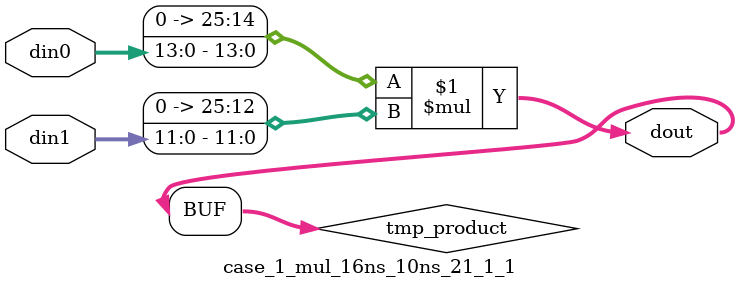
<source format=v>

`timescale 1 ns / 1 ps

 (* use_dsp = "no" *)  module case_1_mul_16ns_10ns_21_1_1(din0, din1, dout);
parameter ID = 1;
parameter NUM_STAGE = 0;
parameter din0_WIDTH = 14;
parameter din1_WIDTH = 12;
parameter dout_WIDTH = 26;

input [din0_WIDTH - 1 : 0] din0; 
input [din1_WIDTH - 1 : 0] din1; 
output [dout_WIDTH - 1 : 0] dout;

wire signed [dout_WIDTH - 1 : 0] tmp_product;
























assign tmp_product = $signed({1'b0, din0}) * $signed({1'b0, din1});











assign dout = tmp_product;





















endmodule

</source>
